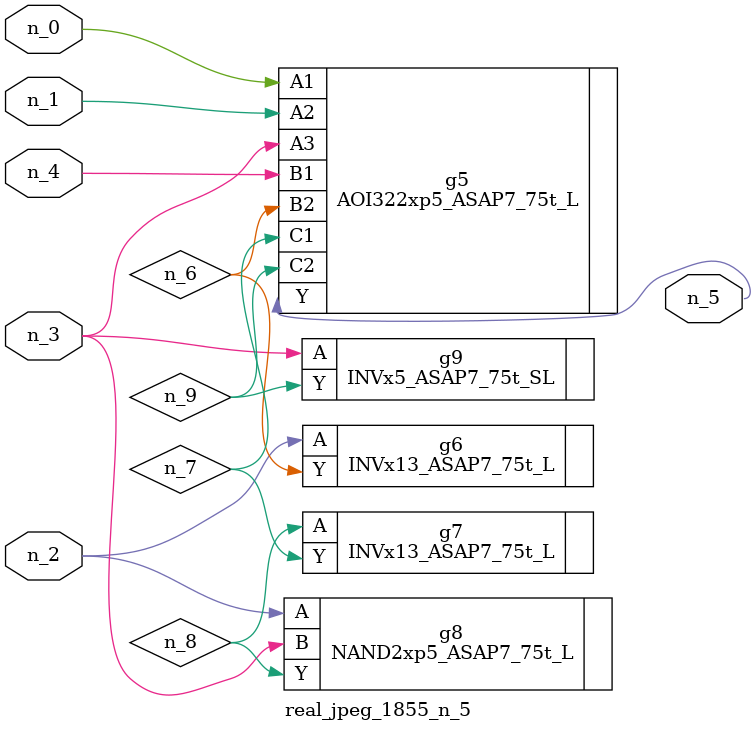
<source format=v>
module real_jpeg_1855_n_5 (n_4, n_0, n_1, n_2, n_3, n_5);

input n_4;
input n_0;
input n_1;
input n_2;
input n_3;

output n_5;

wire n_8;
wire n_6;
wire n_7;
wire n_9;

AOI322xp5_ASAP7_75t_L g5 ( 
.A1(n_0),
.A2(n_1),
.A3(n_3),
.B1(n_4),
.B2(n_6),
.C1(n_7),
.C2(n_9),
.Y(n_5)
);

INVx13_ASAP7_75t_L g6 ( 
.A(n_2),
.Y(n_6)
);

NAND2xp5_ASAP7_75t_L g8 ( 
.A(n_2),
.B(n_3),
.Y(n_8)
);

INVx5_ASAP7_75t_SL g9 ( 
.A(n_3),
.Y(n_9)
);

INVx13_ASAP7_75t_L g7 ( 
.A(n_8),
.Y(n_7)
);


endmodule
</source>
